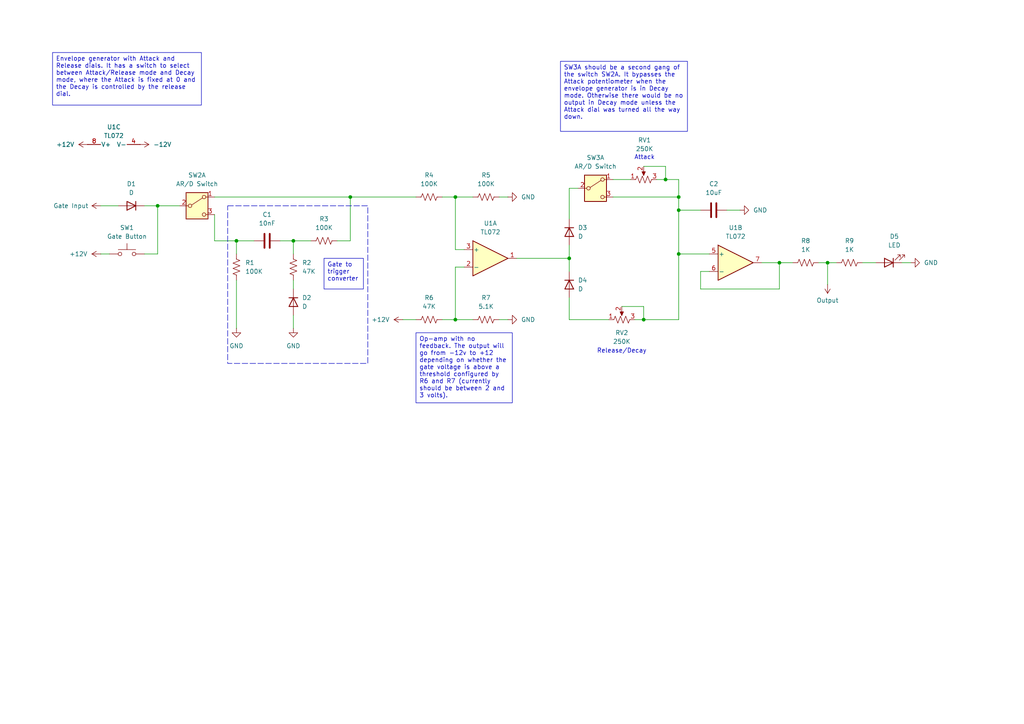
<source format=kicad_sch>
(kicad_sch (version 20231120) (generator "eeschema") (generator_version "8.0")
  (paper "A4")
  (lib_symbols
    (symbol "Amplifier_Operational:TL072" (pin_names (offset 0.127))
      (property "Reference" "U" (at 0 5.08 0))
      (property "Value" "TL072" (at 0 -5.08 0))
      (symbol "TL072_1_1"
        (polyline (pts (xy -5.08 5.08) (xy 5.08 0) (xy -5.08 -5.08) (xy -5.08 5.08)) (stroke (width 0.254)) (fill (type background)))
        (pin output line (at 7.62 0 180) (length 2.54) (name "~") (number "1"))
        (pin input line (at -7.62 -2.54 0) (length 2.54) (name "-") (number "2"))
        (pin input line (at -7.62 2.54 0) (length 2.54) (name "+") (number "3"))
      )
      (symbol "TL072_2_1"
        (polyline (pts (xy -5.08 5.08) (xy 5.08 0) (xy -5.08 -5.08) (xy -5.08 5.08)) (stroke (width 0.254)) (fill (type background)))
        (pin input line (at -7.62 2.54 0) (length 2.54) (name "+") (number "5"))
        (pin input line (at -7.62 -2.54 0) (length 2.54) (name "-") (number "6"))
        (pin output line (at 7.62 0 180) (length 2.54) (name "~") (number "7"))
      )
      (symbol "TL072_3_1"
        (pin power_in line (at -2.54 -7.62 90) (length 3.81) (name "V-") (number "4"))
        (pin power_in line (at -2.54 7.62 270) (length 3.81) (name "V+") (number "8"))
      )
    )
    (symbol "Device:C" (pin_numbers hide) (pin_names (offset 0.254))
      (property "Reference" "C" (at 0.635 2.54 0))
      (property "Value" "C" (at 0.635 -2.54 0))
      (symbol "C_0_1"
        (polyline (pts (xy -2.032 -0.762) (xy 2.032 -0.762)) (stroke (width 0.508)))
        (polyline (pts (xy -2.032 0.762) (xy 2.032 0.762)) (stroke (width 0.508)))
      )
      (symbol "C_1_1"
        (pin passive line (at 0 3.81 270) (length 2.794) (name "~") (number "1"))
        (pin passive line (at 0 -3.81 90) (length 2.794) (name "~") (number "2"))
      )
    )
    (symbol "Device:D" (pin_numbers hide) (pin_names (offset 1.016) hide)
      (property "Reference" "D" (at 0 2.54 0))
      (property "Value" "D" (at 0 -2.54 0))
      (symbol "D_0_1"
        (polyline (pts (xy -1.27 1.27) (xy -1.27 -1.27)) (stroke (width 0.254)))
        (polyline (pts (xy 1.27 0) (xy -1.27 0)))
        (polyline (pts (xy 1.27 1.27) (xy 1.27 -1.27) (xy -1.27 0) (xy 1.27 1.27)) (stroke (width 0.254)))
      )
      (symbol "D_1_1"
        (pin passive line (at -3.81 0 0) (length 2.54) (name "K") (number "1"))
        (pin passive line (at 3.81 0 180) (length 2.54) (name "A") (number "2"))
      )
    )
    (symbol "Device:LED" (pin_numbers hide) (pin_names (offset 1.016) hide)
      (property "Reference" "D" (at 0 2.54 0))
      (property "Value" "LED" (at 0 -2.54 0))
      (symbol "LED_0_1"
        (polyline (pts (xy -1.27 -1.27) (xy -1.27 1.27)) (stroke (width 0.254)))
        (polyline (pts (xy -1.27 0) (xy 1.27 0)))
        (polyline (pts (xy 1.27 -1.27) (xy 1.27 1.27) (xy -1.27 0) (xy 1.27 -1.27)) (stroke (width 0.254)))
        (polyline (pts (xy -3.048 -0.762) (xy -4.572 -2.286) (xy -3.81 -2.286) (xy -4.572 -2.286) (xy -4.572 -1.524)))
        (polyline (pts (xy -1.778 -0.762) (xy -3.302 -2.286) (xy -2.54 -2.286) (xy -3.302 -2.286) (xy -3.302 -1.524)))
      )
      (symbol "LED_1_1"
        (pin passive line (at -3.81 0 0) (length 2.54) (name "K") (number "1"))
        (pin passive line (at 3.81 0 180) (length 2.54) (name "A") (number "2"))
      )
    )
    (symbol "Device:R_Potentiometer_US" (pin_names (offset 1.016) hide)
      (property "Reference" "RV" (at -4.445 0 90))
      (property "Value" "R_Potentiometer_US" (at -2.54 0 90))
      (symbol "R_Potentiometer_US_0_1"
        (polyline (pts (xy 0 -2.286) (xy 0 -2.54)))
        (polyline (pts (xy 0 2.54) (xy 0 2.286)))
        (polyline (pts (xy 2.54 0) (xy 1.524 0)))
        (polyline (pts (xy 1.143 0) (xy 2.286 0.508) (xy 2.286 -0.508) (xy 1.143 0)) (fill (type outline)))
        (polyline (pts (xy 0 -0.762) (xy 1.016 -1.143) (xy 0 -1.524) (xy -1.016 -1.905) (xy 0 -2.286)))
        (polyline (pts (xy 0 0.762) (xy 1.016 0.381) (xy 0 0) (xy -1.016 -0.381) (xy 0 -0.762)))
        (polyline (pts (xy 0 2.286) (xy 1.016 1.905) (xy 0 1.524) (xy -1.016 1.143) (xy 0 0.762)))
      )
      (symbol "R_Potentiometer_US_1_1"
        (pin passive line (at 0 3.81 270) (length 1.27) (name "1") (number "1"))
        (pin passive line (at 3.81 0 180) (length 1.27) (name "2") (number "2"))
        (pin passive line (at 0 -3.81 90) (length 1.27) (name "3") (number "3"))
      )
    )
    (symbol "Device:R_US" (pin_numbers hide) (pin_names (offset 0))
      (property "Reference" "R" (at 2.54 0 90))
      (property "Value" "R_US" (at -2.54 0 90))
      (symbol "R_US_0_1"
        (polyline (pts (xy 0 -2.286) (xy 0 -2.54)))
        (polyline (pts (xy 0 2.286) (xy 0 2.54)))
        (polyline (pts (xy 0 -0.762) (xy 1.016 -1.143) (xy 0 -1.524) (xy -1.016 -1.905) (xy 0 -2.286)))
        (polyline (pts (xy 0 0.762) (xy 1.016 0.381) (xy 0 0) (xy -1.016 -0.381) (xy 0 -0.762)))
        (polyline (pts (xy 0 2.286) (xy 1.016 1.905) (xy 0 1.524) (xy -1.016 1.143) (xy 0 0.762)))
      )
      (symbol "R_US_1_1"
        (pin passive line (at 0 3.81 270) (length 1.27) (name "~") (number "1"))
        (pin passive line (at 0 -3.81 90) (length 1.27) (name "~") (number "2"))
      )
    )
    (symbol "Switch:SW_DPDT_x2" (pin_names (offset 0) hide)
      (property "Reference" "SW" (at 0 5.08 0))
      (property "Value" "SW_DPDT_x2" (at 0 -5.08 0))
      (symbol "SW_DPDT_x2_0_0"
        (circle (center -2.032 0) (radius 0.508))
        (circle (center 2.032 -2.54) (radius 0.508))
      )
      (symbol "SW_DPDT_x2_0_1"
        (rectangle (start -3.175 3.81) (end 3.175 -3.81) (stroke (width 0.254)) (fill (type background)))
        (polyline (pts (xy -1.524 0.254) (xy 1.5748 2.286)))
        (circle (center 2.032 2.54) (radius 0.508))
      )
      (symbol "SW_DPDT_x2_1_1"
        (pin passive line (at 5.08 2.54 180) (length 2.54) (name "A") (number "1"))
        (pin passive line (at -5.08 0 0) (length 2.54) (name "B") (number "2"))
        (pin passive line (at 5.08 -2.54 180) (length 2.54) (name "C") (number "3"))
      )
      (symbol "SW_DPDT_x2_2_1"
        (pin passive line (at 5.08 2.54 180) (length 2.54) (name "A") (number "4"))
        (pin passive line (at -5.08 0 0) (length 2.54) (name "B") (number "5"))
        (pin passive line (at 5.08 -2.54 180) (length 2.54) (name "C") (number "6"))
      )
    )
    (symbol "Switch:SW_Push" (pin_numbers hide) (pin_names (offset 1.016) hide)
      (property "Reference" "SW" (at 1.27 2.54 0))
      (property "Value" "SW_Push" (at 0 -1.524 0))
      (symbol "SW_Push_0_1"
        (circle (center -2.032 0) (radius 0.508))
        (polyline (pts (xy 0 1.27) (xy 0 3.048)))
        (polyline (pts (xy 2.54 1.27) (xy -2.54 1.27)))
        (circle (center 2.032 0) (radius 0.508))
        (pin passive line (at -5.08 0 0) (length 2.54) (name "1") (number "1"))
        (pin passive line (at 5.08 0 180) (length 2.54) (name "2") (number "2"))
      )
    )
    (symbol "power:GND" (power) (pin_numbers hide) (pin_names (offset 0) hide)
      (property "Value" "GND" (at 0 -3.81 0))
      (symbol "GND_0_1"
        (polyline (pts (xy 0 0) (xy 0 -1.27) (xy 1.27 -1.27) (xy 0 -2.54) (xy -1.27 -1.27) (xy 0 -1.27)))
      )
      (symbol "GND_1_1"
        (pin power_in line (at 0 0 270) (length 0) (name "~") (number "1"))
      )
    )
    (symbol "power:VAA" (power) (pin_numbers hide) (pin_names (offset 0) hide)
      (property "Value" "VAA" (at 0 3.556 0))
      (symbol "VAA_0_1"
        (polyline (pts (xy -0.762 1.27) (xy 0 2.54)))
        (polyline (pts (xy 0 0) (xy 0 2.54)))
        (polyline (pts (xy 0 2.54) (xy 0.762 1.27)))
      )
      (symbol "VAA_1_1"
        (pin power_in line (at 0 0 90) (length 0) (name "~") (number "1"))
      )
    )
    (symbol "power:VCC" (power) (pin_numbers hide) (pin_names (offset 0) hide)
      (property "Value" "VCC" (at 0 3.556 0))
      (symbol "VCC_0_1"
        (polyline (pts (xy -0.762 1.27) (xy 0 2.54)))
        (polyline (pts (xy 0 0) (xy 0 2.54)))
        (polyline (pts (xy 0 2.54) (xy 0.762 1.27)))
      )
      (symbol "VCC_1_1"
        (pin power_in line (at 0 0 90) (length 0) (name "~") (number "1"))
      )
    )
  )
  (junction (at 196.85 60.96))
  (junction (at 85.09 69.85))
  (junction (at 196.85 57.15))
  (junction (at 193.04 52.07))
  (junction (at 132.08 57.15))
  (junction (at 68.58 69.85))
  (junction (at 226.06 76.2))
  (junction (at 101.6 57.15))
  (junction (at 165.1 74.93))
  (junction (at 132.08 92.71))
  (junction (at 45.72 59.69))
  (junction (at 240.03 76.2))
  (junction (at 186.69 92.71))
  (junction (at 196.85 73.66))
  (wire (pts (xy 165.1 74.93) (xy 165.1 78.74)))
  (wire (pts (xy 97.79 69.85) (xy 101.6 69.85)))
  (wire (pts (xy 193.04 48.26) (xy 193.04 52.07)))
  (wire (pts (xy 210.82 60.96) (xy 214.63 60.96)))
  (wire (pts (xy 165.1 54.61) (xy 165.1 63.5)))
  (wire (pts (xy 196.85 52.07) (xy 196.85 57.15)))
  (wire (pts (xy 128.27 92.71) (xy 132.08 92.71)))
  (wire (pts (xy 62.23 69.85) (xy 68.58 69.85)))
  (wire (pts (xy 29.21 59.69) (xy 34.29 59.69)))
  (wire (pts (xy 196.85 60.96) (xy 196.85 73.66)))
  (wire (pts (xy 132.08 57.15) (xy 137.16 57.15)))
  (wire (pts (xy 85.09 81.28) (xy 85.09 83.82)))
  (wire (pts (xy 196.85 73.66) (xy 205.74 73.66)))
  (wire (pts (xy 85.09 69.85) (xy 85.09 73.66)))
  (wire (pts (xy 226.06 83.82) (xy 226.06 76.2)))
  (wire (pts (xy 165.1 54.61) (xy 167.64 54.61)))
  (wire (pts (xy 128.27 57.15) (xy 132.08 57.15)))
  (wire (pts (xy 41.91 59.69) (xy 45.72 59.69)))
  (wire (pts (xy 85.09 91.44) (xy 85.09 95.25)))
  (wire (pts (xy 68.58 69.85) (xy 73.66 69.85)))
  (wire (pts (xy 196.85 57.15) (xy 196.85 60.96)))
  (wire (pts (xy 116.84 92.71) (xy 120.65 92.71)))
  (wire (pts (xy 132.08 72.39) (xy 132.08 57.15)))
  (wire (pts (xy 203.2 83.82) (xy 226.06 83.82)))
  (wire (pts (xy 180.34 88.9) (xy 186.69 88.9)))
  (wire (pts (xy 29.21 73.66) (xy 31.75 73.66)))
  (wire (pts (xy 186.69 48.26) (xy 193.04 48.26)))
  (wire (pts (xy 220.98 76.2) (xy 226.06 76.2)))
  (wire (pts (xy 177.8 57.15) (xy 196.85 57.15)))
  (wire (pts (xy 132.08 92.71) (xy 137.16 92.71)))
  (wire (pts (xy 186.69 88.9) (xy 186.69 92.71)))
  (wire (pts (xy 134.62 77.47) (xy 132.08 77.47)))
  (wire (pts (xy 68.58 81.28) (xy 68.58 95.25)))
  (wire (pts (xy 250.19 76.2) (xy 254 76.2)))
  (wire (pts (xy 186.69 92.71) (xy 196.85 92.71)))
  (wire (pts (xy 101.6 57.15) (xy 120.65 57.15)))
  (wire (pts (xy 240.03 76.2) (xy 242.57 76.2)))
  (wire (pts (xy 62.23 57.15) (xy 101.6 57.15)))
  (wire (pts (xy 144.78 92.71) (xy 147.32 92.71)))
  (wire (pts (xy 184.15 92.71) (xy 186.69 92.71)))
  (wire (pts (xy 240.03 76.2) (xy 240.03 82.55)))
  (wire (pts (xy 176.53 92.71) (xy 165.1 92.71)))
  (wire (pts (xy 203.2 78.74) (xy 203.2 83.82)))
  (wire (pts (xy 177.8 52.07) (xy 182.88 52.07)))
  (wire (pts (xy 132.08 77.47) (xy 132.08 92.71)))
  (wire (pts (xy 205.74 78.74) (xy 203.2 78.74)))
  (wire (pts (xy 81.28 69.85) (xy 85.09 69.85)))
  (wire (pts (xy 165.1 92.71) (xy 165.1 86.36)))
  (wire (pts (xy 196.85 52.07) (xy 193.04 52.07)))
  (wire (pts (xy 261.62 76.2) (xy 264.16 76.2)))
  (wire (pts (xy 237.49 76.2) (xy 240.03 76.2)))
  (wire (pts (xy 196.85 73.66) (xy 196.85 92.71)))
  (wire (pts (xy 101.6 57.15) (xy 101.6 69.85)))
  (wire (pts (xy 190.5 52.07) (xy 193.04 52.07)))
  (wire (pts (xy 144.78 57.15) (xy 147.32 57.15)))
  (wire (pts (xy 149.86 74.93) (xy 165.1 74.93)))
  (wire (pts (xy 62.23 69.85) (xy 62.23 62.23)))
  (wire (pts (xy 68.58 69.85) (xy 68.58 73.66)))
  (wire (pts (xy 85.09 69.85) (xy 90.17 69.85)))
  (wire (pts (xy 196.85 60.96) (xy 203.2 60.96)))
  (wire (pts (xy 45.72 59.69) (xy 52.07 59.69)))
  (wire (pts (xy 134.62 72.39) (xy 132.08 72.39)))
  (wire (pts (xy 165.1 74.93) (xy 165.1 71.12)))
  (wire (pts (xy 226.06 76.2) (xy 229.87 76.2)))
  (wire (pts (xy 45.72 73.66) (xy 45.72 59.69)))
  (wire (pts (xy 41.91 73.66) (xy 45.72 73.66)))
  (rectangle (start 66.04 59.69) (end 106.68 105.41) (stroke (width 0) (type dash)))
  (text_box "Op-amp with no feedback. The output will go from -12v to +12 depending on whether the gate voltage is above a threshold configured by R6 and R7 (currently should be between 2 and 3 volts)." (at 120.65 96.52 0) (size 27.94 20.32) (effects (font (size 1.27 1.27)) (justify left top)))
  (text_box "Gate to trigger converter" (at 93.98 74.93 0) (size 11.43 8.89) (effects (font (size 1.27 1.27)) (justify left top)))
  (text_box "Envelope generator with Attack and Release dials. It has a switch to select between Attack/Release mode and Decay mode, where the Attack is fixed at 0 and the Decay is controlled by the release dial." (at 15.24 15.24 0) (size 43.18 15.24) (effects (font (size 1.27 1.27)) (justify left top)))
  (text_box "SW3A should be a second gang of the switch SW2A. It bypasses the Attack potentiometer when the envelope generator is in Decay mode. Otherwise there would be no output in Decay mode unless the Attack dial was turned all the way down." (at 162.56 17.78 0) (size 36.83 20.32) (effects (font (size 1.27 1.27)) (justify left top)))
  (text "Attack" (at 186.944 45.72 0) (effects (font (size 1.27 1.27))))
  (text "Release/Decay" (at 180.34 101.854 0) (effects (font (size 1.27 1.27))))
  (symbol (lib_id "Device:D") (at 165.1 67.31 270) (unit 1)
    (property "Reference" "D3" (at 167.64 66.0399 90) (effects (justify left)))
    (property "Value" "D" (at 167.64 68.5799 90) (effects (justify left)))
    (property "Description" "Diode" (effects (hide yes)))
    (property "Sim.Device" "D" (effects (hide yes)))
    (property "Sim.Pins" "1=K 2=A" (effects (hide yes)))
  )
  (symbol (lib_id "power:GND") (at 147.32 57.15 90) (unit 1)
    (property "Reference" "#PWR05" (effects (hide yes)))
    (property "Value" "GND" (at 151.13 57.1499 90) (effects (justify right)))
    (property "Description" "Power symbol creates a global label with name \"GND\" , ground" (effects (hide yes)))
  )
  (symbol (lib_id "Switch:SW_DPDT_x2") (at 57.15 59.69 0) (unit 1)
    (property "Reference" "SW2" (at 57.15 50.8 0))
    (property "Value" "AR/D Switch" (at 57.15 53.34 0))
    (property "Description" "Switch, dual pole double throw, separate symbols" (effects (hide yes)))
  )
  (symbol (lib_id "Device:R_Potentiometer_US") (at 186.69 52.07 90) (unit 1)
    (property "Reference" "RV1" (at 186.944 40.64 90))
    (property "Value" "250K" (at 186.944 43.18 90))
    (property "Description" "Potentiometer, US symbol" (effects (hide yes)))
  )
  (symbol (lib_id "Device:R_US") (at 140.97 57.15 270) (unit 1)
    (property "Reference" "R5" (at 140.97 50.8 90))
    (property "Value" "100K" (at 140.97 53.34 90))
    (property "Description" "Resistor, US symbol" (effects (hide yes)))
  )
  (symbol (lib_id "Device:R_US") (at 124.46 57.15 270) (unit 1)
    (property "Reference" "R4" (at 124.46 50.8 90))
    (property "Value" "100K" (at 124.46 53.34 90))
    (property "Description" "Resistor, US symbol" (effects (hide yes)))
  )
  (symbol (lib_id "power:GND") (at 85.09 95.25 0) (unit 1)
    (property "Reference" "#PWR04" (effects (hide yes)))
    (property "Value" "GND" (at 85.09 100.33 0))
    (property "Description" "Power symbol creates a global label with name \"GND\" , ground" (effects (hide yes)))
  )
  (symbol (lib_id "Amplifier_Operational:TL072") (at 142.24 74.93 0) (unit 1)
    (property "Reference" "U1" (at 142.24 64.77 0))
    (property "Value" "TL072" (at 142.24 67.31 0))
    (property "Datasheet" "http://www.ti.com/lit/ds/symlink/tl071.pdf" (effects (hide yes)))
    (property "Description" "Dual Low-Noise JFET-Input Operational Amplifiers, DIP-8/SOIC-8" (effects (hide yes)))
  )
  (symbol (lib_id "power:GND") (at 264.16 76.2 90) (unit 1)
    (property "Reference" "#PWR011" (effects (hide yes)))
    (property "Value" "GND" (at 267.97 76.1999 90) (effects (justify right)))
    (property "Description" "Power symbol creates a global label with name \"GND\" , ground" (effects (hide yes)))
  )
  (symbol (lib_id "Device:D") (at 85.09 87.63 270) (unit 1)
    (property "Reference" "D2" (at 87.63 86.3599 90) (effects (justify left)))
    (property "Value" "D" (at 87.63 88.8999 90) (effects (justify left)))
    (property "Description" "Diode" (effects (hide yes)))
    (property "Sim.Device" "D" (effects (hide yes)))
    (property "Sim.Pins" "1=K 2=A" (effects (hide yes)))
  )
  (symbol (lib_id "Device:R_US") (at 85.09 77.47 180) (unit 1)
    (property "Reference" "R2" (at 87.63 76.1999 0) (effects (justify right)))
    (property "Value" "47K" (at 87.63 78.7399 0) (effects (justify right)))
    (property "Description" "Resistor, US symbol" (effects (hide yes)))
  )
  (symbol (lib_id "power:VCC") (at 25.4 41.91 90) (unit 1)
    (property "Reference" "#PWR08" (effects (hide yes)))
    (property "Value" "+12V" (at 21.59 41.9099 90) (effects (justify left)))
    (property "Description" "Power symbol creates a global label with name \"VCC\"" (effects (hide yes)))
  )
  (symbol (lib_id "power:VCC") (at 40.64 41.91 270) (unit 1)
    (property "Reference" "#PWR09" (effects (hide yes)))
    (property "Value" "-12V" (at 44.45 41.9099 90) (effects (justify left)))
    (property "Description" "Power symbol creates a global label with name \"VCC\"" (effects (hide yes)))
  )
  (symbol (lib_id "Device:R_Potentiometer_US") (at 180.34 92.71 90) (unit 1)
    (property "Reference" "RV2" (at 180.34 96.52 90))
    (property "Value" "250K" (at 180.34 99.06 90))
    (property "Description" "Potentiometer, US symbol" (effects (hide yes)))
  )
  (symbol (lib_id "Device:D") (at 38.1 59.69 180) (unit 1)
    (property "Reference" "D1" (at 38.1 53.34 0))
    (property "Value" "D" (at 38.1 55.88 0))
    (property "Description" "Diode" (effects (hide yes)))
    (property "Sim.Device" "D" (effects (hide yes)))
    (property "Sim.Pins" "1=K 2=A" (effects (hide yes)))
  )
  (symbol (lib_id "Device:D") (at 165.1 82.55 270) (unit 1)
    (property "Reference" "D4" (at 167.64 81.2799 90) (effects (justify left)))
    (property "Value" "D" (at 167.64 83.8199 90) (effects (justify left)))
    (property "Description" "Diode" (effects (hide yes)))
    (property "Sim.Device" "D" (effects (hide yes)))
    (property "Sim.Pins" "1=K 2=A" (effects (hide yes)))
  )
  (symbol (lib_id "power:VAA") (at 240.03 82.55 180) (unit 1)
    (property "Reference" "#PWR012" (effects (hide yes)))
    (property "Value" "Output" (at 240.03 87.122 0))
    (property "Description" "Power symbol creates a global label with name \"VAA\"" (effects (hide yes)))
  )
  (symbol (lib_id "Device:R_US") (at 93.98 69.85 270) (unit 1)
    (property "Reference" "R3" (at 93.98 63.5 90))
    (property "Value" "100K" (at 93.98 66.04 90))
    (property "Description" "Resistor, US symbol" (effects (hide yes)))
  )
  (symbol (lib_id "power:GND") (at 147.32 92.71 90) (unit 1)
    (property "Reference" "#PWR06" (effects (hide yes)))
    (property "Value" "GND" (at 151.13 92.7099 90) (effects (justify right)))
    (property "Description" "Power symbol creates a global label with name \"GND\" , ground" (effects (hide yes)))
  )
  (symbol (lib_id "power:GND") (at 214.63 60.96 90) (unit 1)
    (property "Reference" "#PWR010" (effects (hide yes)))
    (property "Value" "GND" (at 218.44 60.9599 90) (effects (justify right)))
    (property "Description" "Power symbol creates a global label with name \"GND\" , ground" (effects (hide yes)))
  )
  (symbol (lib_id "Amplifier_Operational:TL072") (at 33.02 39.37 90) (unit 3)
    (property "Reference" "U1" (at 33.02 36.83 90))
    (property "Value" "TL072" (at 33.02 39.37 90))
    (property "Datasheet" "http://www.ti.com/lit/ds/symlink/tl071.pdf" (effects (hide yes)))
    (property "Description" "Dual Low-Noise JFET-Input Operational Amplifiers, DIP-8/SOIC-8" (effects (hide yes)))
  )
  (symbol (lib_id "Device:R_US") (at 140.97 92.71 270) (unit 1)
    (property "Reference" "R7" (at 140.97 86.36 90))
    (property "Value" "5.1K" (at 140.97 88.9 90))
    (property "Description" "Resistor, US symbol" (effects (hide yes)))
  )
  (symbol (lib_id "Switch:SW_Push") (at 36.83 73.66 0) (unit 1)
    (property "Reference" "SW1" (at 36.83 66.04 0))
    (property "Value" "Gate Button" (at 36.83 68.58 0))
    (property "Description" "Push button switch, generic, two pins" (effects (hide yes)))
  )
  (symbol (lib_id "Device:R_US") (at 233.68 76.2 270) (unit 1)
    (property "Reference" "R8" (at 233.68 69.85 90))
    (property "Value" "1K" (at 233.68 72.39 90))
    (property "Description" "Resistor, US symbol" (effects (hide yes)))
  )
  (symbol (lib_id "Switch:SW_DPDT_x2") (at 172.72 54.61 0) (unit 1)
    (property "Reference" "SW3" (at 172.72 45.72 0))
    (property "Value" "AR/D Switch" (at 172.72 48.26 0))
    (property "Description" "Switch, dual pole double throw, separate symbols" (effects (hide yes)))
  )
  (symbol (lib_id "power:GND") (at 68.58 95.25 0) (unit 1)
    (property "Reference" "#PWR03" (effects (hide yes)))
    (property "Value" "GND" (at 68.58 100.33 0))
    (property "Description" "Power symbol creates a global label with name \"GND\" , ground" (effects (hide yes)))
  )
  (symbol (lib_id "Amplifier_Operational:TL072") (at 213.36 76.2 0) (unit 2)
    (property "Reference" "U1" (at 213.36 66.04 0))
    (property "Value" "TL072" (at 213.36 68.58 0))
    (property "Datasheet" "http://www.ti.com/lit/ds/symlink/tl071.pdf" (effects (hide yes)))
    (property "Description" "Dual Low-Noise JFET-Input Operational Amplifiers, DIP-8/SOIC-8" (effects (hide yes)))
  )
  (symbol (lib_id "Device:LED") (at 257.81 76.2 180) (unit 1)
    (property "Reference" "D5" (at 259.3975 68.58 0))
    (property "Value" "LED" (at 259.3975 71.12 0))
    (property "Description" "Light emitting diode" (effects (hide yes)))
  )
  (symbol (lib_id "power:VAA") (at 29.21 59.69 90) (unit 1)
    (property "Reference" "#PWR01" (effects (hide yes)))
    (property "Value" "Gate Input" (at 20.574 59.69 90))
    (property "Description" "Power symbol creates a global label with name \"VAA\"" (effects (hide yes)))
  )
  (symbol (lib_id "Device:R_US") (at 246.38 76.2 270) (unit 1)
    (property "Reference" "R9" (at 246.38 69.85 90))
    (property "Value" "1K" (at 246.38 72.39 90))
    (property "Description" "Resistor, US symbol" (effects (hide yes)))
  )
  (symbol (lib_id "power:VCC") (at 116.84 92.71 90) (unit 1)
    (property "Reference" "#PWR07" (effects (hide yes)))
    (property "Value" "+12V" (at 113.03 92.7099 90) (effects (justify left)))
    (property "Description" "Power symbol creates a global label with name \"VCC\"" (effects (hide yes)))
  )
  (symbol (lib_id "Device:R_US") (at 68.58 77.47 180) (unit 1)
    (property "Reference" "R1" (at 71.12 76.1999 0) (effects (justify right)))
    (property "Value" "100K" (at 71.12 78.7399 0) (effects (justify right)))
    (property "Description" "Resistor, US symbol" (effects (hide yes)))
  )
  (symbol (lib_id "Device:C") (at 207.01 60.96 90) (unit 1)
    (property "Reference" "C2" (at 207.01 53.34 90))
    (property "Value" "10uF" (at 207.01 55.88 90))
    (property "Description" "Unpolarized capacitor" (effects (hide yes)))
  )
  (symbol (lib_id "Device:R_US") (at 124.46 92.71 270) (unit 1)
    (property "Reference" "R6" (at 124.46 86.36 90))
    (property "Value" "47K" (at 124.46 88.9 90))
    (property "Description" "Resistor, US symbol" (effects (hide yes)))
  )
  (symbol (lib_id "power:VCC") (at 29.21 73.66 90) (unit 1)
    (property "Reference" "#PWR02" (effects (hide yes)))
    (property "Value" "+12V" (at 25.4 73.6599 90) (effects (justify left)))
    (property "Description" "Power symbol creates a global label with name \"VCC\"" (effects (hide yes)))
  )
  (symbol (lib_id "Device:C") (at 77.47 69.85 90) (unit 1)
    (property "Reference" "C1" (at 77.47 62.23 90))
    (property "Value" "10nF" (at 77.47 64.77 90))
    (property "Description" "Unpolarized capacitor" (effects (hide yes)))
  )
)
</source>
